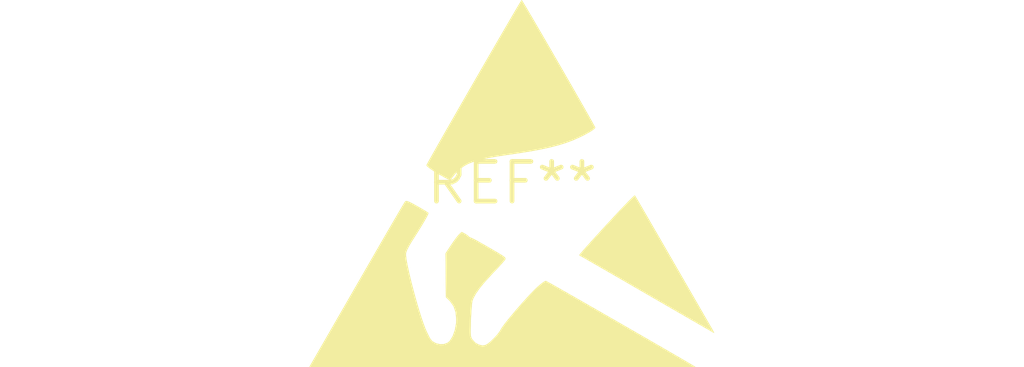
<source format=kicad_pcb>
(kicad_pcb (version 20240108) (generator pcbnew)
  (layers (0 "F.Cu" signal) (31 "B.Cu" signal) (34 "B.Paste" user) (35 "F.Paste" user) (36 "B.SilkS" user "B.Silkscreen") (37 "F.SilkS" user "F.Silkscreen") (38 "B.Mask" user) (39 "F.Mask" user) (44 "Edge.Cuts" user))
  (net 0 "")
  (footprint "ESD-Logo_13.2x12mm_SilkScreen" (layer "F.Cu") (at 0 0)
    (property "Reference" "REF**")
    (property "Value" "ESD-Logo_13.2x12mm_SilkScreen")
    (fp_poly (pts (xy 3.975056 0.469238) (xy 3.997816 0.507386) (xy 4.048975 0.594843) (xy 4.126004 0.727238) (xy 4.226372 0.900204) (xy 4.347549 1.10937) (xy 4.487006 1.350367) (xy 4.642213 1.618824) (xy 4.81064 1.910374) (xy 4.989757 2.220646) (xy 5.173995 2.54) (xy 5.362152 2.866235) (xy 5.542803 3.179418) (xy 5.71333 3.475012) (xy 5.871114 3.74848) (xy 6.013538 3.995284) (xy 6.137981 4.210889) (xy 6.241826 4.390755) (xy 6.322455 4.530347) (xy 6.377248 4.625128) (xy 6.403013 4.669573) (xy 6.445014 4.744661) (xy 6.46785 4.791663) (xy 6.469102 4.799841) (xy 6.441272 4.784484) (xy 6.363881 4.740407) (xy 6.240973 4.669942) (xy 6.076595 4.575422) (xy 5.874792 4.459178) (xy 5.639609 4.323542) (xy 5.375091 4.170848) (xy 5.085284 4.003428) (xy 4.774233 3.823613) (xy 4.445984 3.633735) (xy 4.321097 3.561464) (xy 3.986974 3.368167) (xy 3.668147 3.183877) (xy 3.368709 3.01095) (xy 3.092752 2.851743) (xy 2.84437 2.70861) (xy 2.627653 2.58391) (xy 2.446696 2.479996) (xy 2.305591 2.399227) (xy 2.20843 2.343957) (xy 2.159307 2.316544) (xy 2.15417 2.313948) (xy 2.169138 2.290441) (xy 2.221227 2.227591) (xy 2.305117 2.131188) (xy 2.415492 2.00702) (xy 2.547034 1.860879) (xy 2.694424 1.698553) (xy 2.852345 1.525832) (xy 3.015479 1.348506) (xy 3.178508 1.172365) (xy 3.336114 1.003198) (xy 3.482979 0.846795) (xy 3.613786 0.708945) (xy 3.723216 0.595439) (xy 3.805953 0.512065) (xy 3.834328 0.484726) (xy 3.928359 0.396403) (xy 3.975056 0.469238)) (layer "F.SilkS") (stroke (width 0.01)) (fill solid))
    (fp_poly (pts (xy 0.328085 -5.828329) (xy 0.374129 -5.753509) (xy 0.445067 -5.634972) (xy 0.537991 -5.477763) (xy 0.649992 -5.286924) (xy 0.778162 -5.067499) (xy 0.919592 -4.824531) (xy 1.071373 -4.563063) (xy 1.230597 -4.28814) (xy 1.394356 -4.004803) (xy 1.55974 -3.718098) (xy 1.723842 -3.433066) (xy 1.883752 -3.154752) (xy 2.036562 -2.888198) (xy 2.179363 -2.638448) (xy 2.309247 -2.410545) (xy 2.423305 -2.209534) (xy 2.518629 -2.040456) (xy 2.59231 -1.908355) (xy 2.641439 -1.818276) (xy 2.663108 -1.77526) (xy 2.663902 -1.772571) (xy 2.637002 -1.73607) (xy 2.562227 -1.680236) (xy 2.44847 -1.61055) (xy 2.304623 -1.532491) (xy 2.154029 -1.458313) (xy 1.949119 -1.368365) (xy 1.733633 -1.287547) (xy 1.500146 -1.214062) (xy 1.241236 -1.146116) (xy 0.949479 -1.081912) (xy 0.617451 -1.019654) (xy 0.237731 -0.957546) (xy -0.155063 -0.89971) (xy -0.496332 -0.8484) (xy -0.78291 -0.797603) (xy -1.021985 -0.744796) (xy -1.220741 -0.687454) (xy -1.386365 -0.623053) (xy -1.526044 -0.549069) (xy -1.646964 -0.462976) (xy -1.756311 -0.36225) (xy -1.791572 -0.324833) (xy -1.868 -0.237721) (xy -1.924537 -0.166636) (xy -1.950765 -0.124833) (xy -1.951464 -0.121406) (xy -1.96064 -0.100388) (xy -1.992485 -0.100151) (xy -2.053469 -0.123491) (xy -2.150065 -0.173207) (xy -2.288746 -0.252095) (xy -2.385122 -0.308825) (xy -2.528834 -0.397506) (xy -2.640517 -0.473441) (xy -2.712666 -0.531168) (xy -2.737774 -0.565224) (xy -2.737759 -0.565471) (xy -2.722189 -0.597925) (xy -2.678217 -0.6792) (xy -2.608395 -0.804866) (xy -2.515275 -0.970495) (xy -2.401411 -1.171656) (xy -2.269354 -1.40392) (xy -2.121657 -1.662857) (xy -1.960872 -1.944039) (xy -1.789552 -2.243035) (xy -1.610249 -2.555416) (xy -1.425515 -2.876752) (xy -1.237902 -3.202614) (xy -1.049964 -3.528573) (xy -0.864253 -3.850199) (xy -0.68332 -4.163063) (xy -0.509719 -4.462734) (xy -0.346001 -4.744784) (xy -0.194719 -5.004782) (xy -0.058426 -5.238301) (xy 0.060326 -5.440909) (xy 0.158985 -5.608177) (xy 0.234999 -5.735676) (xy 0.285814 -5.818977) (xy 0.308879 -5.85365) (xy 0.309845 -5.85439) (xy 0.328085 -5.828329)) (layer "F.SilkS") (stroke (width 0.01)) (fill solid))
    (fp_poly (pts (xy -3.355813 0.582317) (xy -3.290763 0.607473) (xy -3.191615 0.657425) (xy -3.049253 0.735752) (xy -3.038168 0.741977) (xy -2.907053 0.816952) (xy -2.796404 0.882638) (xy -2.71709 0.93241) (xy -2.679977 0.959641) (xy -2.678939 0.960974) (xy -2.687904 0.99878) (xy -2.729029 1.08321) (xy -2.799634 1.209665) (xy -2.89704 1.373544) (xy -3.018565 1.570245) (xy -3.161529 1.79517) (xy -3.19711 1.850331) (xy -3.289814 2.003398) (xy -3.357317 2.135112) (xy -3.393695 2.233565) (xy -3.397428 2.253014) (xy -3.395771 2.338624) (xy -3.377212 2.474418) (xy -3.344064 2.651687) (xy -3.29864 2.861719) (xy -3.243254 3.095804) (xy -3.18022 3.345232) (xy -3.11185 3.60129) (xy -3.040458 3.855269) (xy -2.968359 4.098457) (xy -2.897864 4.322145) (xy -2.831288 4.517621) (xy -2.770945 4.676174) (xy -2.728879 4.770244) (xy -2.679327 4.870451) (xy -2.63254 4.966337) (xy -2.630007 4.971586) (xy -2.552603 5.06844) (xy -2.439632 5.133656) (xy -2.308122 5.164909) (xy -2.175099 5.159875) (xy -2.05759 5.116228) (xy -1.991484 5.058764) (xy -1.896282 4.901166) (xy -1.826522 4.704756) (xy -1.788247 4.489559) (xy -1.782824 4.367561) (xy -1.804661 4.13987) (xy -1.868753 3.95132) (xy -1.978549 3.792759) (xy -2.012787 3.757467) (xy -2.114678 3.65847) (xy -2.128672 2.258978) (xy -1.950365 1.989062) (xy -1.866693 1.866891) (xy -1.786111 1.756987) (xy -1.720115 1.674673) (xy -1.691748 1.644384) (xy -1.611438 1.569621) (xy -1.50267 1.628196) (xy -1.433923 1.670168) (xy -1.396308 1.702756) (xy -1.393903 1.708615) (xy -1.368194 1.733456) (xy -1.324208 1.751954) (xy -1.281701 1.768626) (xy -1.216613 1.800299) (xy -1.123356 1.850066) (xy -0.996342 1.921018) (xy -0.829984 2.016247) (xy -0.618695 2.138844) (xy -0.503876 2.205864) (xy -0.368813 2.286143) (xy -0.28023 2.343319) (xy -0.23029 2.384078) (xy -0.211154 2.415107) (xy -0.214984 2.443092) (xy -0.218178 2.449593) (xy -0.249248 2.490533) (xy -0.315729 2.56733) (xy -0.409876 2.671393) (xy -0.523944 2.794132) (xy -0.6226 2.89818) (xy -0.849941 3.145134) (xy -1.02779 3.359183) (xy -1.157733 3.54248) (xy -1.241358 3.697176) (xy -1.269566 3.775732) (xy -1.281217 3.844498) (xy -1.293251 3.961799) (xy -1.304609 4.114234) (xy -1.314233 4.288404) (xy -1.318762 4.398537) (xy -1.325082 4.588929) (xy -1.327863 4.728124) (xy -1.326285 4.826819) (xy -1.319531 4.895708) (xy -1.306784 4.945487) (xy -1.287227 4.98685) (xy -1.271866 5.012106) (xy -1.183158 5.109453) (xy -1.068853 5.177291) (xy -0.948584 5.206876) (xy -0.858455 5.196172) (xy -0.776848 5.149861) (xy -0.674553 5.066924) (xy -0.565917 4.961825) (xy -0.465287 4.849032) (xy -0.387012 4.74301) (xy -0.358191 4.691778) (xy -0.315018 4.621628) (xy -0.236495 4.514778) (xy -0.129797 4.379578) (xy -0.002097 4.224381) (xy 0.139429 4.057536) (xy 0.287607 3.887396) (xy 0.435263 3.722311) (xy 0.575222 3.570633) (xy 0.70031 3.440713) (xy 0.79852 3.345339) (xy 0.907557 3.250065) (xy 0.999284 3.179817) (xy 1.063621 3.141898) (xy 1.084978 3.137729) (xy 1.117706 3.154548) (xy 1.199341 3.199692) (xy 1.325172 3.270449) (xy 1.490488 3.364109) (xy 1.690578 3.477962) (xy 1.920732 3.609298) (xy 2.176238 3.755406) (xy 2.452387 3.913576) (xy 2.744467 4.081097) (xy 3.047768 4.255259) (xy 3.357579 4.433352) (xy 3.669189 4.612665) (xy 3.977888 4.790487) (xy 4.278964 4.964109) (xy 4.567708 5.130819) (xy 4.839408 5.287908) (xy 5.089354 5.432666) (xy 5.312834 5.56238) (xy 5.505139 5.674342) (xy 5.661557 5.765841) (xy 5.777378 5.834167) (xy 5.847891 5.876608) (xy 5.868329 5.889927) (xy 5.840803 5.89256) (xy 5.754208 5.895118) (xy 5.611428 5.897592) (xy 5.415346 5.899966) (xy 5.168844 5.902231) (xy 4.874806 5.904373) (xy 4.536114 5.906379) (xy 4.155652 5.908238) (xy 3.736301 5.909937) (xy 3.280946 5.911464) (xy 2.792469 5.912807) (xy 2.273753 5.913952) (xy 1.727681 5.914889) (xy 1.157136 5.915604) (xy 0.565 5.916085) (xy -0.045843 5.916319) (xy -0.302152 5.916342) (xy -6.502061 5.916342) (xy -6.059894 5.149695) (xy -5.966289 4.98736) (xy -5.845796 4.778332) (xy -5.702444 4.529603) (xy -5.540262 4.248164) (xy -5.363277 3.941007) (xy -5.17552 3.615125) (xy -4.981018 3.277509) (xy -4.7838 2.935151) (xy -4.587895 2.595043) (xy -4.538351 2.509025) (xy -4.357696 2.195715) (xy -4.185422 1.897606) (xy -4.024116 1.619136) (xy -3.876368 1.364743) (xy -3.744767 1.138864) (xy -3.631901 0.945937) (xy -3.540359 0.790401) (xy -3.47273 0.676692) (xy -3.431604 0.60925) (xy -3.420095 0.59208) (xy -3.395885 0.578379) (xy -3.355813 0.582317)) (layer "F.SilkS") (stroke (width 0.01)) (fill solid))
  )
)
</source>
